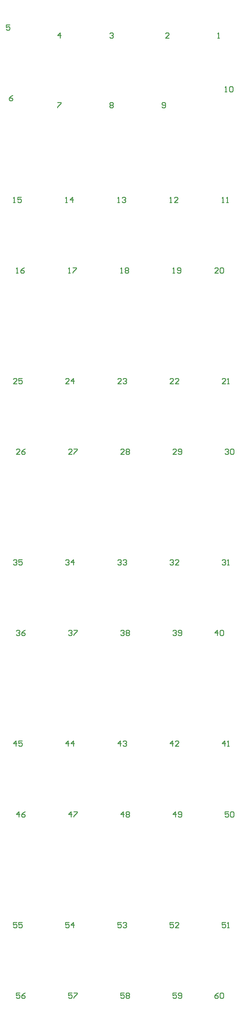
<source format=gto>
%FSLAX44Y44*%
%MOMM*%
G71*
G01*
G75*
%ADD10R,2.5000X6.0000*%
%ADD11R,6.9850X4.0000*%
%ADD12C,1.0000*%
%ADD13C,4.0000*%
%ADD14C,1.2700*%
%ADD15R,1.0200X3.8000*%
%ADD16R,1.2192X0.8128*%
%ADD17R,0.3556X0.7620*%
%ADD18R,0.7620X0.3556*%
%ADD19R,2.7940X2.7940*%
%ADD20C,0.2540*%
D20*
X651665Y401044D02*
X646586Y398505D01*
X641508Y393426D01*
Y388348D01*
X644047Y385809D01*
X649126D01*
X651665Y388348D01*
Y390887D01*
X649126Y393426D01*
X641508D01*
X656743Y398505D02*
X659282Y401044D01*
X664361D01*
X666900Y398505D01*
Y388348D01*
X664361Y385809D01*
X659282D01*
X656743Y388348D01*
Y398505D01*
X531777Y401044D02*
X521620D01*
Y393426D01*
X526698Y395965D01*
X529238D01*
X531777Y393426D01*
Y388348D01*
X529238Y385809D01*
X524159D01*
X521620Y388348D01*
X536855D02*
X539394Y385809D01*
X544473D01*
X547012Y388348D01*
Y398505D01*
X544473Y401044D01*
X539394D01*
X536855Y398505D01*
Y395965D01*
X539394Y393426D01*
X547012D01*
X381663Y401044D02*
X371506D01*
Y393426D01*
X376584Y395965D01*
X379123D01*
X381663Y393426D01*
Y388348D01*
X379123Y385809D01*
X374045D01*
X371506Y388348D01*
X386741Y398505D02*
X389280Y401044D01*
X394359D01*
X396898Y398505D01*
Y395965D01*
X394359Y393426D01*
X396898Y390887D01*
Y388348D01*
X394359Y385809D01*
X389280D01*
X386741Y388348D01*
Y390887D01*
X389280Y393426D01*
X386741Y395965D01*
Y398505D01*
X389280Y393426D02*
X394359D01*
X231549Y401044D02*
X221392D01*
Y393426D01*
X226470Y395965D01*
X229009D01*
X231549Y393426D01*
Y388348D01*
X229009Y385809D01*
X223931D01*
X221392Y388348D01*
X236627Y401044D02*
X246784D01*
Y398505D01*
X236627Y388348D01*
Y385809D01*
X81689Y401044D02*
X71532D01*
Y393426D01*
X76610Y395965D01*
X79149D01*
X81689Y393426D01*
Y388348D01*
X79149Y385809D01*
X74071D01*
X71532Y388348D01*
X96924Y401044D02*
X91845Y398505D01*
X86767Y393426D01*
Y388348D01*
X89306Y385809D01*
X94385D01*
X96924Y388348D01*
Y390887D01*
X94385Y393426D01*
X86767D01*
X73307Y603736D02*
X63150D01*
Y596118D01*
X68228Y598657D01*
X70767D01*
X73307Y596118D01*
Y591040D01*
X70767Y588501D01*
X65689D01*
X63150Y591040D01*
X88542Y603736D02*
X78385D01*
Y596118D01*
X83463Y598657D01*
X86003D01*
X88542Y596118D01*
Y591040D01*
X86003Y588501D01*
X80924D01*
X78385Y591040D01*
X223167Y603736D02*
X213010D01*
Y596118D01*
X218088Y598657D01*
X220627D01*
X223167Y596118D01*
Y591040D01*
X220627Y588501D01*
X215549D01*
X213010Y591040D01*
X235863Y588501D02*
Y603736D01*
X228245Y596118D01*
X238402D01*
X373281Y603736D02*
X363124D01*
Y596118D01*
X368202Y598657D01*
X370742D01*
X373281Y596118D01*
Y591040D01*
X370742Y588501D01*
X365663D01*
X363124Y591040D01*
X378359Y601197D02*
X380898Y603736D01*
X385977D01*
X388516Y601197D01*
Y598657D01*
X385977Y596118D01*
X383437D01*
X385977D01*
X388516Y593579D01*
Y591040D01*
X385977Y588501D01*
X380898D01*
X378359Y591040D01*
X523395Y603736D02*
X513238D01*
Y596118D01*
X518316Y598657D01*
X520855D01*
X523395Y596118D01*
Y591040D01*
X520855Y588501D01*
X515777D01*
X513238Y591040D01*
X538630Y588501D02*
X528473D01*
X538630Y598657D01*
Y601197D01*
X536091Y603736D01*
X531012D01*
X528473Y601197D01*
X673255Y603736D02*
X663098D01*
Y596118D01*
X668176Y598657D01*
X670715D01*
X673255Y596118D01*
Y591040D01*
X670715Y588501D01*
X665637D01*
X663098Y591040D01*
X678333Y588501D02*
X683411D01*
X680872D01*
Y603736D01*
X678333Y601197D01*
X681637Y920982D02*
X671480D01*
Y913364D01*
X676558Y915903D01*
X679098D01*
X681637Y913364D01*
Y908286D01*
X679098Y905747D01*
X674019D01*
X671480Y908286D01*
X686715Y918443D02*
X689254Y920982D01*
X694333D01*
X696872Y918443D01*
Y908286D01*
X694333Y905747D01*
X689254D01*
X686715Y908286D01*
Y918443D01*
X529238Y905747D02*
Y920982D01*
X521620Y913364D01*
X531777D01*
X536855Y908286D02*
X539394Y905747D01*
X544473D01*
X547012Y908286D01*
Y918443D01*
X544473Y920982D01*
X539394D01*
X536855Y918443D01*
Y915903D01*
X539394Y913364D01*
X547012D01*
X379123Y905747D02*
Y920982D01*
X371506Y913364D01*
X381663D01*
X386741Y918443D02*
X389280Y920982D01*
X394359D01*
X396898Y918443D01*
Y915903D01*
X394359Y913364D01*
X396898Y910825D01*
Y908286D01*
X394359Y905747D01*
X389280D01*
X386741Y908286D01*
Y910825D01*
X389280Y913364D01*
X386741Y915903D01*
Y918443D01*
X389280Y913364D02*
X394359D01*
X229009Y905747D02*
Y920982D01*
X221392Y913364D01*
X231549D01*
X236627Y920982D02*
X246784D01*
Y918443D01*
X236627Y908286D01*
Y905747D01*
X79149D02*
Y920982D01*
X71532Y913364D01*
X81689D01*
X96924Y920982D02*
X91845Y918443D01*
X86767Y913364D01*
Y908286D01*
X89306Y905747D01*
X94385D01*
X96924Y908286D01*
Y910825D01*
X94385Y913364D01*
X86767D01*
X70767Y1108439D02*
Y1123674D01*
X63150Y1116056D01*
X73307D01*
X88542Y1123674D02*
X78385D01*
Y1116056D01*
X83463Y1118596D01*
X86003D01*
X88542Y1116056D01*
Y1110978D01*
X86003Y1108439D01*
X80924D01*
X78385Y1110978D01*
X220627Y1108439D02*
Y1123674D01*
X213010Y1116056D01*
X223167D01*
X235863Y1108439D02*
Y1123674D01*
X228245Y1116056D01*
X238402D01*
X370742Y1108439D02*
Y1123674D01*
X363124Y1116056D01*
X373281D01*
X378359Y1121135D02*
X380898Y1123674D01*
X385977D01*
X388516Y1121135D01*
Y1118596D01*
X385977Y1116056D01*
X383437D01*
X385977D01*
X388516Y1113517D01*
Y1110978D01*
X385977Y1108439D01*
X380898D01*
X378359Y1110978D01*
X520855Y1108439D02*
Y1123674D01*
X513238Y1116056D01*
X523395D01*
X538630Y1108439D02*
X528473D01*
X538630Y1118596D01*
Y1121135D01*
X536091Y1123674D01*
X531012D01*
X528473Y1121135D01*
X670715Y1108439D02*
Y1123674D01*
X663098Y1116056D01*
X673255D01*
X678333Y1108439D02*
X683411D01*
X680872D01*
Y1123674D01*
X678333Y1121135D01*
X649126Y1425939D02*
Y1441174D01*
X641508Y1433556D01*
X651665D01*
X656743Y1438635D02*
X659282Y1441174D01*
X664361D01*
X666900Y1438635D01*
Y1428478D01*
X664361Y1425939D01*
X659282D01*
X656743Y1428478D01*
Y1438635D01*
X521620D02*
X524159Y1441174D01*
X529238D01*
X531777Y1438635D01*
Y1436095D01*
X529238Y1433556D01*
X526698D01*
X529238D01*
X531777Y1431017D01*
Y1428478D01*
X529238Y1425939D01*
X524159D01*
X521620Y1428478D01*
X536855D02*
X539394Y1425939D01*
X544473D01*
X547012Y1428478D01*
Y1438635D01*
X544473Y1441174D01*
X539394D01*
X536855Y1438635D01*
Y1436095D01*
X539394Y1433556D01*
X547012D01*
X371506Y1438635D02*
X374045Y1441174D01*
X379123D01*
X381663Y1438635D01*
Y1436095D01*
X379123Y1433556D01*
X376584D01*
X379123D01*
X381663Y1431017D01*
Y1428478D01*
X379123Y1425939D01*
X374045D01*
X371506Y1428478D01*
X386741Y1438635D02*
X389280Y1441174D01*
X394359D01*
X396898Y1438635D01*
Y1436095D01*
X394359Y1433556D01*
X396898Y1431017D01*
Y1428478D01*
X394359Y1425939D01*
X389280D01*
X386741Y1428478D01*
Y1431017D01*
X389280Y1433556D01*
X386741Y1436095D01*
Y1438635D01*
X389280Y1433556D02*
X394359D01*
X221392Y1438635D02*
X223931Y1441174D01*
X229009D01*
X231549Y1438635D01*
Y1436095D01*
X229009Y1433556D01*
X226470D01*
X229009D01*
X231549Y1431017D01*
Y1428478D01*
X229009Y1425939D01*
X223931D01*
X221392Y1428478D01*
X236627Y1441174D02*
X246784D01*
Y1438635D01*
X236627Y1428478D01*
Y1425939D01*
X71532Y1438635D02*
X74071Y1441174D01*
X79149D01*
X81689Y1438635D01*
Y1436095D01*
X79149Y1433556D01*
X76610D01*
X79149D01*
X81689Y1431017D01*
Y1428478D01*
X79149Y1425939D01*
X74071D01*
X71532Y1428478D01*
X96924Y1441174D02*
X91845Y1438635D01*
X86767Y1433556D01*
Y1428478D01*
X89306Y1425939D01*
X94385D01*
X96924Y1428478D01*
Y1431017D01*
X94385Y1433556D01*
X86767D01*
X63150Y1641327D02*
X65689Y1643866D01*
X70767D01*
X73307Y1641327D01*
Y1638788D01*
X70767Y1636248D01*
X68228D01*
X70767D01*
X73307Y1633709D01*
Y1631170D01*
X70767Y1628631D01*
X65689D01*
X63150Y1631170D01*
X88542Y1643866D02*
X78385D01*
Y1636248D01*
X83463Y1638788D01*
X86003D01*
X88542Y1636248D01*
Y1631170D01*
X86003Y1628631D01*
X80924D01*
X78385Y1631170D01*
X213010Y1641327D02*
X215549Y1643866D01*
X220627D01*
X223167Y1641327D01*
Y1638788D01*
X220627Y1636248D01*
X218088D01*
X220627D01*
X223167Y1633709D01*
Y1631170D01*
X220627Y1628631D01*
X215549D01*
X213010Y1631170D01*
X235863Y1628631D02*
Y1643866D01*
X228245Y1636248D01*
X238402D01*
X363124Y1641327D02*
X365663Y1643866D01*
X370742D01*
X373281Y1641327D01*
Y1638788D01*
X370742Y1636248D01*
X368202D01*
X370742D01*
X373281Y1633709D01*
Y1631170D01*
X370742Y1628631D01*
X365663D01*
X363124Y1631170D01*
X378359Y1641327D02*
X380898Y1643866D01*
X385977D01*
X388516Y1641327D01*
Y1638788D01*
X385977Y1636248D01*
X383437D01*
X385977D01*
X388516Y1633709D01*
Y1631170D01*
X385977Y1628631D01*
X380898D01*
X378359Y1631170D01*
X513238Y1641327D02*
X515777Y1643866D01*
X520855D01*
X523395Y1641327D01*
Y1638788D01*
X520855Y1636248D01*
X518316D01*
X520855D01*
X523395Y1633709D01*
Y1631170D01*
X520855Y1628631D01*
X515777D01*
X513238Y1631170D01*
X538630Y1628631D02*
X528473D01*
X538630Y1638788D01*
Y1641327D01*
X536091Y1643866D01*
X531012D01*
X528473Y1641327D01*
X663098D02*
X665637Y1643866D01*
X670715D01*
X673255Y1641327D01*
Y1638788D01*
X670715Y1636248D01*
X668176D01*
X670715D01*
X673255Y1633709D01*
Y1631170D01*
X670715Y1628631D01*
X665637D01*
X663098Y1631170D01*
X678333Y1628631D02*
X683411D01*
X680872D01*
Y1643866D01*
X678333Y1641327D01*
X671480Y1958573D02*
X674019Y1961112D01*
X679098D01*
X681637Y1958573D01*
Y1956033D01*
X679098Y1953494D01*
X676558D01*
X679098D01*
X681637Y1950955D01*
Y1948416D01*
X679098Y1945877D01*
X674019D01*
X671480Y1948416D01*
X686715Y1958573D02*
X689254Y1961112D01*
X694333D01*
X696872Y1958573D01*
Y1948416D01*
X694333Y1945877D01*
X689254D01*
X686715Y1948416D01*
Y1958573D01*
X531777Y1945877D02*
X521620D01*
X531777Y1956033D01*
Y1958573D01*
X529238Y1961112D01*
X524159D01*
X521620Y1958573D01*
X536855Y1948416D02*
X539394Y1945877D01*
X544473D01*
X547012Y1948416D01*
Y1958573D01*
X544473Y1961112D01*
X539394D01*
X536855Y1958573D01*
Y1956033D01*
X539394Y1953494D01*
X547012D01*
X381663Y1945877D02*
X371506D01*
X381663Y1956033D01*
Y1958573D01*
X379123Y1961112D01*
X374045D01*
X371506Y1958573D01*
X386741D02*
X389280Y1961112D01*
X394359D01*
X396898Y1958573D01*
Y1956033D01*
X394359Y1953494D01*
X396898Y1950955D01*
Y1948416D01*
X394359Y1945877D01*
X389280D01*
X386741Y1948416D01*
Y1950955D01*
X389280Y1953494D01*
X386741Y1956033D01*
Y1958573D01*
X389280Y1953494D02*
X394359D01*
X231549Y1945877D02*
X221392D01*
X231549Y1956033D01*
Y1958573D01*
X229009Y1961112D01*
X223931D01*
X221392Y1958573D01*
X236627Y1961112D02*
X246784D01*
Y1958573D01*
X236627Y1948416D01*
Y1945877D01*
X81689D02*
X71532D01*
X81689Y1956033D01*
Y1958573D01*
X79149Y1961112D01*
X74071D01*
X71532Y1958573D01*
X96924Y1961112D02*
X91845Y1958573D01*
X86767Y1953494D01*
Y1948416D01*
X89306Y1945877D01*
X94385D01*
X96924Y1948416D01*
Y1950955D01*
X94385Y1953494D01*
X86767D01*
X73307Y2148569D02*
X63150D01*
X73307Y2158725D01*
Y2161265D01*
X70767Y2163804D01*
X65689D01*
X63150Y2161265D01*
X88542Y2163804D02*
X78385D01*
Y2156186D01*
X83463Y2158725D01*
X86003D01*
X88542Y2156186D01*
Y2151108D01*
X86003Y2148569D01*
X80924D01*
X78385Y2151108D01*
X223167Y2148569D02*
X213010D01*
X223167Y2158725D01*
Y2161265D01*
X220627Y2163804D01*
X215549D01*
X213010Y2161265D01*
X235863Y2148569D02*
Y2163804D01*
X228245Y2156186D01*
X238402D01*
X373281Y2148569D02*
X363124D01*
X373281Y2158725D01*
Y2161265D01*
X370742Y2163804D01*
X365663D01*
X363124Y2161265D01*
X378359D02*
X380898Y2163804D01*
X385977D01*
X388516Y2161265D01*
Y2158725D01*
X385977Y2156186D01*
X383437D01*
X385977D01*
X388516Y2153647D01*
Y2151108D01*
X385977Y2148569D01*
X380898D01*
X378359Y2151108D01*
X523395Y2148569D02*
X513238D01*
X523395Y2158725D01*
Y2161265D01*
X520855Y2163804D01*
X515777D01*
X513238Y2161265D01*
X538630Y2148569D02*
X528473D01*
X538630Y2158725D01*
Y2161265D01*
X536091Y2163804D01*
X531012D01*
X528473Y2161265D01*
X673255Y2148569D02*
X663098D01*
X673255Y2158725D01*
Y2161265D01*
X670715Y2163804D01*
X665637D01*
X663098Y2161265D01*
X678333Y2148569D02*
X683411D01*
X680872D01*
Y2163804D01*
X678333Y2161265D01*
X651665Y2465815D02*
X641508D01*
X651665Y2475972D01*
Y2478511D01*
X649126Y2481050D01*
X644047D01*
X641508Y2478511D01*
X656743D02*
X659282Y2481050D01*
X664361D01*
X666900Y2478511D01*
Y2468354D01*
X664361Y2465815D01*
X659282D01*
X656743Y2468354D01*
Y2478511D01*
X521620Y2465815D02*
X526698D01*
X524159D01*
Y2481050D01*
X521620Y2478511D01*
X534316Y2468354D02*
X536855Y2465815D01*
X541933D01*
X544473Y2468354D01*
Y2478511D01*
X541933Y2481050D01*
X536855D01*
X534316Y2478511D01*
Y2475972D01*
X536855Y2473432D01*
X544473D01*
X371506Y2465815D02*
X376584D01*
X374045D01*
Y2481050D01*
X371506Y2478511D01*
X384202D02*
X386741Y2481050D01*
X391819D01*
X394359Y2478511D01*
Y2475972D01*
X391819Y2473432D01*
X394359Y2470893D01*
Y2468354D01*
X391819Y2465815D01*
X386741D01*
X384202Y2468354D01*
Y2470893D01*
X386741Y2473432D01*
X384202Y2475972D01*
Y2478511D01*
X386741Y2473432D02*
X391819D01*
X221392Y2465815D02*
X226470D01*
X223931D01*
Y2481050D01*
X221392Y2478511D01*
X234088Y2481050D02*
X244245D01*
Y2478511D01*
X234088Y2468354D01*
Y2465815D01*
X71532D02*
X76610D01*
X74071D01*
Y2481050D01*
X71532Y2478511D01*
X94385Y2481050D02*
X89306Y2478511D01*
X84228Y2473432D01*
Y2468354D01*
X86767Y2465815D01*
X91845D01*
X94385Y2468354D01*
Y2470893D01*
X91845Y2473432D01*
X84228D01*
X63150Y2668507D02*
X68228D01*
X65689D01*
Y2683742D01*
X63150Y2681203D01*
X86003Y2683742D02*
X75846D01*
Y2676124D01*
X80924Y2678664D01*
X83463D01*
X86003Y2676124D01*
Y2671046D01*
X83463Y2668507D01*
X78385D01*
X75846Y2671046D01*
X213010Y2668507D02*
X218088D01*
X215549D01*
Y2683742D01*
X213010Y2681203D01*
X233323Y2668507D02*
Y2683742D01*
X225706Y2676124D01*
X235863D01*
X363124Y2668507D02*
X368202D01*
X365663D01*
Y2683742D01*
X363124Y2681203D01*
X375820D02*
X378359Y2683742D01*
X383437D01*
X385977Y2681203D01*
Y2678664D01*
X383437Y2676124D01*
X380898D01*
X383437D01*
X385977Y2673585D01*
Y2671046D01*
X383437Y2668507D01*
X378359D01*
X375820Y2671046D01*
X513238Y2668507D02*
X518316D01*
X515777D01*
Y2683742D01*
X513238Y2681203D01*
X536091Y2668507D02*
X525934D01*
X536091Y2678664D01*
Y2681203D01*
X533551Y2683742D01*
X528473D01*
X525934Y2681203D01*
X663098Y2668507D02*
X668176D01*
X665637D01*
Y2683742D01*
X663098Y2681203D01*
X675794Y2668507D02*
X680872D01*
X678333D01*
Y2683742D01*
X675794Y2681203D01*
X671480Y2985753D02*
X676558D01*
X674019D01*
Y3000988D01*
X671480Y2998448D01*
X684176D02*
X686715Y3000988D01*
X691793D01*
X694333Y2998448D01*
Y2988292D01*
X691793Y2985753D01*
X686715D01*
X684176Y2988292D01*
Y2998448D01*
X490000Y2942539D02*
X492539Y2940000D01*
X497617D01*
X500157Y2942539D01*
Y2952696D01*
X497617Y2955235D01*
X492539D01*
X490000Y2952696D01*
Y2950157D01*
X492539Y2947617D01*
X500157D01*
X340000Y2952696D02*
X342539Y2955235D01*
X347617D01*
X350157Y2952696D01*
Y2950157D01*
X347617Y2947617D01*
X350157Y2945078D01*
Y2942539D01*
X347617Y2940000D01*
X342539D01*
X340000Y2942539D01*
Y2945078D01*
X342539Y2947617D01*
X340000Y2950157D01*
Y2952696D01*
X342539Y2947617D02*
X347617D01*
X190000Y2955235D02*
X200157D01*
Y2952696D01*
X190000Y2942539D01*
Y2940000D01*
X61369Y2975588D02*
X56290Y2973049D01*
X51212Y2967970D01*
Y2962892D01*
X53751Y2960353D01*
X58829D01*
X61369Y2962892D01*
Y2965431D01*
X58829Y2967970D01*
X51212D01*
X52987Y3178280D02*
X42830D01*
Y3170662D01*
X47908Y3173202D01*
X50448D01*
X52987Y3170662D01*
Y3165584D01*
X50448Y3163045D01*
X45369D01*
X42830Y3165584D01*
X197617Y3140000D02*
Y3155235D01*
X190000Y3147617D01*
X200157D01*
X340000Y3152696D02*
X342539Y3155235D01*
X347617D01*
X350157Y3152696D01*
Y3150157D01*
X347617Y3147617D01*
X345078D01*
X347617D01*
X350157Y3145078D01*
Y3142539D01*
X347617Y3140000D01*
X342539D01*
X340000Y3142539D01*
X510157Y3140000D02*
X500000D01*
X510157Y3150157D01*
Y3152696D01*
X507617Y3155235D01*
X502539D01*
X500000Y3152696D01*
X650000Y3140000D02*
X655078D01*
X652539D01*
Y3155235D01*
X650000Y3152696D01*
M02*

</source>
